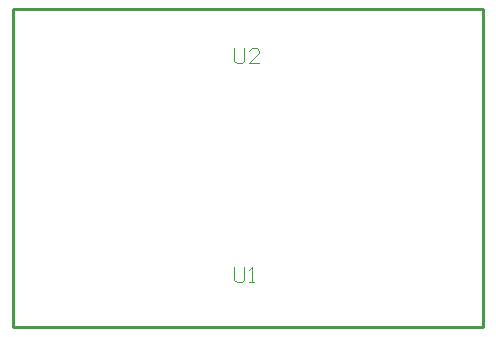
<source format=gm1>
G04*
G04 #@! TF.GenerationSoftware,Altium Limited,Altium Designer,20.0.12 (288)*
G04*
G04 Layer_Color=16711935*
%FSLAX25Y25*%
%MOIN*%
G70*
G01*
G75*
%ADD10C,0.01000*%
%ADD14C,0.00394*%
D10*
X186000Y461000D02*
X342500D01*
Y355000D02*
Y461000D01*
X186000Y355000D02*
X342500D01*
X186000Y461000D02*
X186000Y355000D01*
D14*
X259603Y375043D02*
Y370877D01*
X260436Y370044D01*
X262102D01*
X262935Y370877D01*
Y375043D01*
X264601Y370044D02*
X266267D01*
X265434D01*
Y375043D01*
X264601Y374209D01*
X259603Y448043D02*
Y443877D01*
X260436Y443044D01*
X262102D01*
X262935Y443877D01*
Y448043D01*
X267934Y443044D02*
X264601D01*
X267934Y446377D01*
Y447210D01*
X267101Y448043D01*
X265434D01*
X264601Y447210D01*
M02*

</source>
